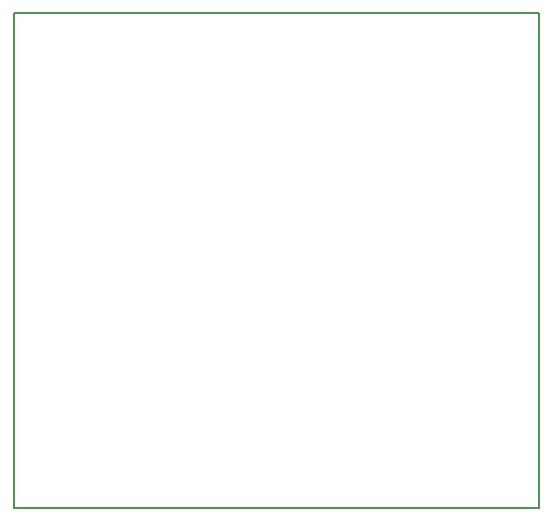
<source format=gbr>
%TF.GenerationSoftware,KiCad,Pcbnew,(6.0.6)*%
%TF.CreationDate,2022-12-02T11:59:31+05:30*%
%TF.ProjectId,exp6a,65787036-612e-46b6-9963-61645f706362,rev?*%
%TF.SameCoordinates,Original*%
%TF.FileFunction,Profile,NP*%
%FSLAX46Y46*%
G04 Gerber Fmt 4.6, Leading zero omitted, Abs format (unit mm)*
G04 Created by KiCad (PCBNEW (6.0.6)) date 2022-12-02 11:59:31*
%MOMM*%
%LPD*%
G01*
G04 APERTURE LIST*
%TA.AperFunction,Profile*%
%ADD10C,0.150000*%
%TD*%
G04 APERTURE END LIST*
D10*
X119380000Y-76200000D02*
X163830000Y-76200000D01*
X163830000Y-118110000D02*
X119380000Y-118110000D01*
X163830000Y-76200000D02*
X163830000Y-118110000D01*
X119380000Y-118110000D02*
X119380000Y-76200000D01*
M02*

</source>
